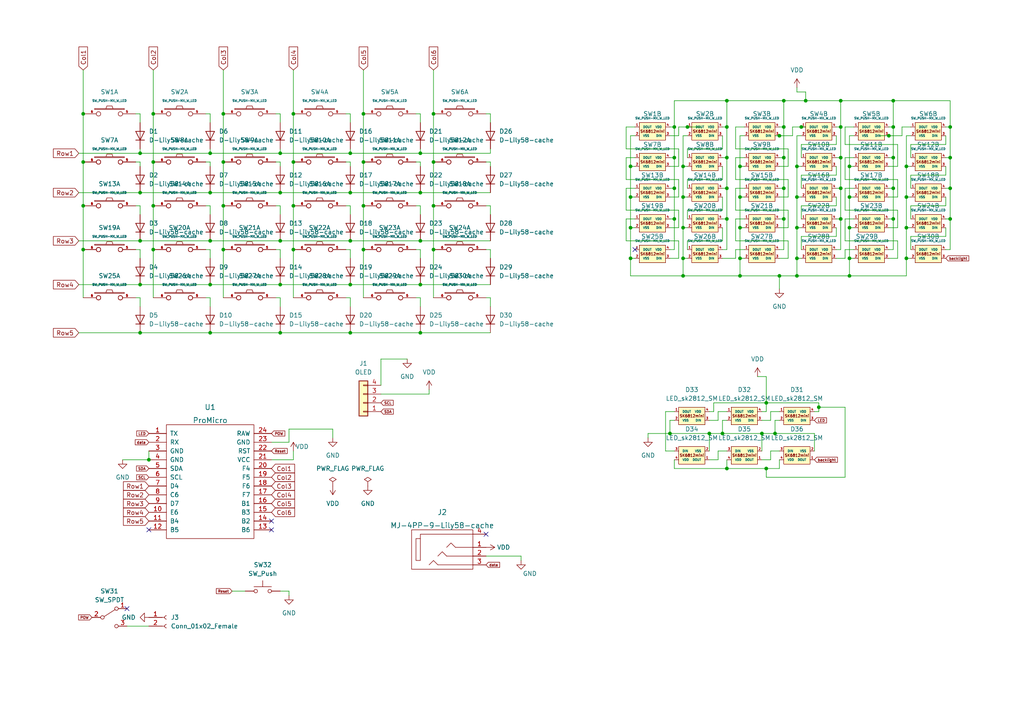
<source format=kicad_sch>
(kicad_sch (version 20211123) (generator eeschema)
  (paper "A4")
  (junction (at 125.73 46.99))
  (junction (at 85.09 46.99))
  (junction (at 231.14 48.26))
  (junction (at 44.45 72.39))
  (junction (at 233.68 29.21))
  (junction (at 40.64 82.55))
  (junction (at 182.88 48.26))
  (junction (at 259.08 63.5))
  (junction (at 64.77 46.99))
  (junction (at 198.12 48.26))
  (junction (at 246.38 57.15))
  (junction (at 60.96 96.52))
  (junction (at 121.92 69.85))
  (junction (at 231.14 74.93))
  (junction (at 220.98 125.73))
  (junction (at 121.92 96.52))
  (junction (at 275.59 63.5))
  (junction (at 227.33 54.61))
  (junction (at 232.41 36.83))
  (junction (at 246.38 80.01))
  (junction (at 85.09 33.02))
  (junction (at 44.45 46.99))
  (junction (at 262.89 57.15))
  (junction (at 40.64 44.45))
  (junction (at 231.14 80.01))
  (junction (at 226.06 80.01))
  (junction (at 262.89 48.26))
  (junction (at 214.63 74.93))
  (junction (at 243.84 45.72))
  (junction (at 214.63 66.04))
  (junction (at 275.59 45.72))
  (junction (at 198.12 74.93))
  (junction (at 198.12 80.01))
  (junction (at 105.41 72.39))
  (junction (at 40.64 69.85))
  (junction (at 101.6 44.45))
  (junction (at 275.59 54.61))
  (junction (at 195.58 54.61))
  (junction (at 64.77 59.69))
  (junction (at 121.92 55.88))
  (junction (at 209.55 125.73))
  (junction (at 64.77 72.39))
  (junction (at 259.08 29.21))
  (junction (at 214.63 57.15))
  (junction (at 195.58 36.83))
  (junction (at 125.73 72.39))
  (junction (at 105.41 46.99))
  (junction (at 227.33 45.72))
  (junction (at 246.38 66.04))
  (junction (at 101.6 96.52))
  (junction (at 210.82 45.72))
  (junction (at 231.14 66.04))
  (junction (at 81.28 82.55))
  (junction (at 182.88 57.15))
  (junction (at 105.41 33.02))
  (junction (at 224.79 125.73))
  (junction (at 262.89 66.04))
  (junction (at 214.63 48.26))
  (junction (at 101.6 69.85))
  (junction (at 195.58 63.5))
  (junction (at 24.13 59.69))
  (junction (at 259.08 54.61))
  (junction (at 101.6 82.55))
  (junction (at 64.77 33.02))
  (junction (at 198.12 57.15))
  (junction (at 121.92 82.55))
  (junction (at 24.13 72.39))
  (junction (at 60.96 44.45))
  (junction (at 85.09 59.69))
  (junction (at 194.31 125.73))
  (junction (at 237.49 118.11))
  (junction (at 60.96 82.55))
  (junction (at 243.84 29.21))
  (junction (at 226.06 39.37))
  (junction (at 246.38 48.26))
  (junction (at 210.82 36.83))
  (junction (at 60.96 69.85))
  (junction (at 198.12 66.04))
  (junction (at 275.59 36.83))
  (junction (at 81.28 44.45))
  (junction (at 222.25 135.89))
  (junction (at 231.14 57.15))
  (junction (at 210.82 29.21))
  (junction (at 81.28 69.85))
  (junction (at 43.18 133.35))
  (junction (at 125.73 59.69))
  (junction (at 259.08 36.83))
  (junction (at 60.96 55.88))
  (junction (at 182.88 66.04))
  (junction (at 199.39 36.83))
  (junction (at 227.33 36.83))
  (junction (at 246.38 74.93))
  (junction (at 121.92 44.45))
  (junction (at 259.08 45.72))
  (junction (at 227.33 63.5))
  (junction (at 44.45 59.69))
  (junction (at 24.13 33.02))
  (junction (at 262.89 74.93))
  (junction (at 210.82 135.89))
  (junction (at 24.13 46.99))
  (junction (at 125.73 33.02))
  (junction (at 182.88 74.93))
  (junction (at 101.6 55.88))
  (junction (at 243.84 63.5))
  (junction (at 205.74 125.73))
  (junction (at 81.28 55.88))
  (junction (at 210.82 63.5))
  (junction (at 105.41 59.69))
  (junction (at 227.33 29.21))
  (junction (at 85.09 72.39))
  (junction (at 195.58 45.72))
  (junction (at 40.64 55.88))
  (junction (at 243.84 54.61))
  (junction (at 222.25 116.84))
  (junction (at 257.81 39.37))
  (junction (at 44.45 33.02))
  (junction (at 40.64 96.52))
  (junction (at 214.63 80.01))
  (junction (at 210.82 54.61))
  (junction (at 81.28 96.52))
  (junction (at 243.84 36.83))
  (no_connect (at 78.74 151.13))
  (no_connect (at 184.15 72.39))
  (no_connect (at 78.74 153.67))
  (no_connect (at 43.18 153.67))
  (no_connect (at 140.97 154.94))
  (no_connect (at 254 -21.59))
  (no_connect (at 36.83 176.53))
  (wire (pts (xy 229.87 39.37) (xy 226.06 39.37)))
  (wire (pts (xy 210.82 119.38) (xy 208.28 119.38)))
  (wire (pts (xy 275.59 36.83) (xy 275.59 45.72)))
  (wire (pts (xy 243.84 63.5) (xy 243.84 72.39)))
  (wire (pts (xy 210.82 121.92) (xy 209.55 121.92)))
  (wire (pts (xy 125.73 33.02) (xy 125.73 46.99)))
  (wire (pts (xy 196.85 60.96) (xy 196.85 66.04)))
  (wire (pts (xy 243.84 45.72) (xy 242.57 45.72)))
  (wire (pts (xy 261.62 39.37) (xy 261.62 36.83)))
  (wire (pts (xy 125.73 20.32) (xy 125.73 33.02)))
  (wire (pts (xy 80.01 72.39) (xy 81.28 72.39)))
  (wire (pts (xy 121.92 55.88) (xy 142.24 55.88)))
  (wire (pts (xy 64.77 72.39) (xy 64.77 86.36)))
  (wire (pts (xy 80.01 33.02) (xy 81.28 33.02)))
  (wire (pts (xy 181.61 45.72) (xy 181.61 52.07)))
  (wire (pts (xy 182.88 66.04) (xy 184.15 66.04)))
  (wire (pts (xy 264.16 59.69) (xy 274.32 59.69)))
  (wire (pts (xy 80.01 86.36) (xy 81.28 86.36)))
  (wire (pts (xy 181.61 60.96) (xy 196.85 60.96)))
  (wire (pts (xy 262.89 48.26) (xy 262.89 57.15)))
  (wire (pts (xy 195.58 63.5) (xy 194.31 63.5)))
  (wire (pts (xy 195.58 54.61) (xy 194.31 54.61)))
  (wire (pts (xy 247.65 45.72) (xy 245.11 45.72)))
  (wire (pts (xy 195.58 45.72) (xy 194.31 45.72)))
  (wire (pts (xy 100.33 86.36) (xy 101.6 86.36)))
  (wire (pts (xy 142.24 86.36) (xy 142.24 88.9)))
  (wire (pts (xy 196.85 69.85) (xy 196.85 74.93)))
  (wire (pts (xy 213.36 54.61) (xy 213.36 60.96)))
  (wire (pts (xy 226.06 63.5) (xy 227.33 63.5)))
  (wire (pts (xy 121.92 82.55) (xy 142.24 82.55)))
  (wire (pts (xy 228.6 57.15) (xy 226.06 57.15)))
  (wire (pts (xy 210.82 36.83) (xy 210.82 45.72)))
  (wire (pts (xy 260.35 57.15) (xy 257.81 57.15)))
  (wire (pts (xy 243.84 72.39) (xy 242.57 72.39)))
  (wire (pts (xy 213.36 36.83) (xy 213.36 43.18)))
  (wire (pts (xy 226.06 119.38) (xy 223.52 119.38)))
  (wire (pts (xy 181.61 63.5) (xy 181.61 69.85)))
  (wire (pts (xy 184.15 54.61) (xy 181.61 54.61)))
  (wire (pts (xy 184.15 63.5) (xy 181.61 63.5)))
  (wire (pts (xy 227.33 63.5) (xy 227.33 72.39)))
  (wire (pts (xy 80.01 59.69) (xy 81.28 59.69)))
  (wire (pts (xy 222.25 138.43) (xy 222.25 135.89)))
  (wire (pts (xy 210.82 135.89) (xy 210.82 133.35)))
  (wire (pts (xy 245.11 54.61) (xy 245.11 60.96)))
  (wire (pts (xy 223.52 119.38) (xy 223.52 121.92)))
  (wire (pts (xy 210.82 45.72) (xy 209.55 45.72)))
  (wire (pts (xy 214.63 80.01) (xy 226.06 80.01)))
  (wire (pts (xy 67.31 171.45) (xy 71.12 171.45)))
  (wire (pts (xy 208.28 130.81) (xy 210.82 130.81)))
  (wire (pts (xy 220.98 119.38) (xy 222.25 119.38)))
  (wire (pts (xy 110.49 114.3) (xy 124.46 114.3)))
  (wire (pts (xy 210.82 29.21) (xy 210.82 36.83)))
  (wire (pts (xy 228.6 60.96) (xy 228.6 66.04)))
  (wire (pts (xy 187.96 127) (xy 187.96 125.73)))
  (wire (pts (xy 121.92 69.85) (xy 142.24 69.85)))
  (wire (pts (xy 193.04 130.81) (xy 195.58 130.81)))
  (wire (pts (xy 142.24 59.69) (xy 142.24 62.23)))
  (wire (pts (xy 231.14 48.26) (xy 232.41 48.26)))
  (wire (pts (xy 40.64 33.02) (xy 40.64 35.56)))
  (wire (pts (xy 182.88 80.01) (xy 198.12 80.01)))
  (wire (pts (xy 85.09 46.99) (xy 85.09 59.69)))
  (wire (pts (xy 275.59 72.39) (xy 274.32 72.39)))
  (wire (pts (xy 44.45 46.99) (xy 44.45 59.69)))
  (wire (pts (xy 243.84 63.5) (xy 242.57 63.5)))
  (wire (pts (xy 260.35 69.85) (xy 260.35 74.93)))
  (wire (pts (xy 44.45 33.02) (xy 44.45 46.99)))
  (wire (pts (xy 44.45 59.69) (xy 44.45 72.39)))
  (wire (pts (xy 100.33 72.39) (xy 101.6 72.39)))
  (wire (pts (xy 246.38 57.15) (xy 247.65 57.15)))
  (wire (pts (xy 101.6 46.99) (xy 101.6 48.26)))
  (wire (pts (xy 121.92 46.99) (xy 121.92 48.26)))
  (wire (pts (xy 232.41 45.72) (xy 232.41 41.91)))
  (wire (pts (xy 210.82 54.61) (xy 210.82 63.5)))
  (wire (pts (xy 214.63 57.15) (xy 214.63 66.04)))
  (wire (pts (xy 209.55 121.92) (xy 209.55 125.73)))
  (wire (pts (xy 226.06 36.83) (xy 227.33 36.83)))
  (wire (pts (xy 81.28 72.39) (xy 81.28 74.93)))
  (wire (pts (xy 243.84 29.21) (xy 243.84 36.83)))
  (wire (pts (xy 64.77 33.02) (xy 64.77 46.99)))
  (wire (pts (xy 24.13 33.02) (xy 24.13 46.99)))
  (wire (pts (xy 101.6 86.36) (xy 101.6 88.9)))
  (wire (pts (xy 213.36 74.93) (xy 209.55 74.93)))
  (wire (pts (xy 142.24 46.99) (xy 142.24 48.26)))
  (wire (pts (xy 209.55 60.96) (xy 209.55 57.15)))
  (wire (pts (xy 237.49 116.84) (xy 237.49 118.11)))
  (wire (pts (xy 246.38 74.93) (xy 247.65 74.93)))
  (wire (pts (xy 24.13 59.69) (xy 24.13 72.39)))
  (wire (pts (xy 245.11 74.93) (xy 242.57 74.93)))
  (wire (pts (xy 213.36 60.96) (xy 228.6 60.96)))
  (wire (pts (xy 182.88 48.26) (xy 184.15 48.26)))
  (wire (pts (xy 214.63 48.26) (xy 215.9 48.26)))
  (wire (pts (xy 259.08 54.61) (xy 257.81 54.61)))
  (wire (pts (xy 105.41 20.32) (xy 105.41 33.02)))
  (wire (pts (xy 274.32 36.83) (xy 275.59 36.83)))
  (wire (pts (xy 40.64 44.45) (xy 60.96 44.45)))
  (wire (pts (xy 214.63 74.93) (xy 215.9 74.93)))
  (wire (pts (xy 182.88 66.04) (xy 182.88 74.93)))
  (wire (pts (xy 262.89 74.93) (xy 264.16 74.93)))
  (wire (pts (xy 243.84 36.83) (xy 243.84 45.72)))
  (wire (pts (xy 210.82 29.21) (xy 227.33 29.21)))
  (wire (pts (xy 209.55 36.83) (xy 210.82 36.83)))
  (wire (pts (xy 233.68 29.21) (xy 243.84 29.21)))
  (wire (pts (xy 264.16 39.37) (xy 262.89 39.37)))
  (wire (pts (xy 236.22 119.38) (xy 237.49 119.38)))
  (wire (pts (xy 195.58 54.61) (xy 195.58 63.5)))
  (wire (pts (xy 209.55 52.07) (xy 209.55 48.26)))
  (wire (pts (xy 275.59 63.5) (xy 275.59 72.39)))
  (wire (pts (xy 85.09 72.39) (xy 85.09 86.36)))
  (wire (pts (xy 78.74 128.27) (xy 83.82 128.27)))
  (wire (pts (xy 59.69 59.69) (xy 60.96 59.69)))
  (wire (pts (xy 40.64 86.36) (xy 40.64 88.9)))
  (wire (pts (xy 246.38 48.26) (xy 246.38 57.15)))
  (wire (pts (xy 24.13 20.32) (xy 24.13 33.02)))
  (wire (pts (xy 275.59 54.61) (xy 275.59 63.5)))
  (wire (pts (xy 40.64 96.52) (xy 60.96 96.52)))
  (wire (pts (xy 101.6 96.52) (xy 121.92 96.52)))
  (wire (pts (xy 229.87 36.83) (xy 229.87 39.37)))
  (wire (pts (xy 275.59 45.72) (xy 274.32 45.72)))
  (wire (pts (xy 101.6 59.69) (xy 101.6 62.23)))
  (wire (pts (xy 242.57 36.83) (xy 243.84 36.83)))
  (wire (pts (xy 203.2 36.83) (xy 199.39 36.83)))
  (wire (pts (xy 208.28 133.35) (xy 208.28 130.81)))
  (wire (pts (xy 181.61 36.83) (xy 181.61 43.18)))
  (wire (pts (xy 194.31 39.37) (xy 196.85 39.37)))
  (wire (pts (xy 228.6 74.93) (xy 226.06 74.93)))
  (wire (pts (xy 259.08 45.72) (xy 259.08 54.61)))
  (wire (pts (xy 260.35 41.91) (xy 245.11 41.91)))
  (wire (pts (xy 105.41 72.39) (xy 105.41 86.36)))
  (wire (pts (xy 83.82 124.46) (xy 96.52 124.46)))
  (wire (pts (xy 198.12 48.26) (xy 199.39 48.26)))
  (wire (pts (xy 195.58 119.38) (xy 193.04 119.38)))
  (wire (pts (xy 262.89 80.01) (xy 262.89 74.93)))
  (wire (pts (xy 195.58 133.35) (xy 195.58 135.89)))
  (wire (pts (xy 142.24 33.02) (xy 142.24 35.56)))
  (wire (pts (xy 259.08 54.61) (xy 259.08 63.5)))
  (wire (pts (xy 199.39 72.39) (xy 199.39 69.85)))
  (wire (pts (xy 120.65 72.39) (xy 121.92 72.39)))
  (wire (pts (xy 213.36 72.39) (xy 213.36 74.93)))
  (wire (pts (xy 215.9 63.5) (xy 213.36 63.5)))
  (wire (pts (xy 199.39 52.07) (xy 209.55 52.07)))
  (wire (pts (xy 195.58 72.39) (xy 194.31 72.39)))
  (wire (pts (xy 121.92 86.36) (xy 121.92 88.9)))
  (wire (pts (xy 198.12 57.15) (xy 199.39 57.15)))
  (wire (pts (xy 85.09 130.81) (xy 85.09 133.35)))
  (wire (pts (xy 85.09 33.02) (xy 85.09 46.99)))
  (wire (pts (xy 39.37 46.99) (xy 40.64 46.99)))
  (wire (pts (xy 264.16 68.58) (xy 274.32 68.58)))
  (wire (pts (xy 220.98 125.73) (xy 220.98 130.81)))
  (wire (pts (xy 264.16 54.61) (xy 264.16 50.8)))
  (wire (pts (xy 232.41 72.39) (xy 232.41 68.58)))
  (wire (pts (xy 40.64 82.55) (xy 60.96 82.55)))
  (wire (pts (xy 242.57 68.58) (xy 242.57 66.04)))
  (wire (pts (xy 205.74 125.73) (xy 209.55 125.73)))
  (wire (pts (xy 101.6 44.45) (xy 101.6 43.18)))
  (wire (pts (xy 231.14 57.15) (xy 232.41 57.15)))
  (wire (pts (xy 228.6 43.18) (xy 228.6 48.26)))
  (wire (pts (xy 232.41 39.37) (xy 231.14 39.37)))
  (wire (pts (xy 259.08 36.83) (xy 259.08 45.72)))
  (wire (pts (xy 210.82 72.39) (xy 209.55 72.39)))
  (wire (pts (xy 40.64 44.45) (xy 40.64 43.18)))
  (wire (pts (xy 110.49 104.14) (xy 110.49 111.76)))
  (wire (pts (xy 214.63 66.04) (xy 214.63 74.93)))
  (wire (pts (xy 246.38 80.01) (xy 246.38 74.93)))
  (wire (pts (xy 262.89 39.37) (xy 262.89 48.26)))
  (wire (pts (xy 182.88 74.93) (xy 184.15 74.93)))
  (wire (pts (xy 214.63 39.37) (xy 214.63 48.26)))
  (wire (pts (xy 215.9 45.72) (xy 213.36 45.72)))
  (wire (pts (xy 59.69 46.99) (xy 60.96 46.99)))
  (wire (pts (xy 213.36 43.18) (xy 228.6 43.18)))
  (wire (pts (xy 100.33 33.02) (xy 101.6 33.02)))
  (wire (pts (xy 81.28 69.85) (xy 101.6 69.85)))
  (wire (pts (xy 199.39 43.18) (xy 209.55 43.18)))
  (wire (pts (xy 226.06 80.01) (xy 231.14 80.01)))
  (wire (pts (xy 181.61 69.85) (xy 196.85 69.85)))
  (wire (pts (xy 259.08 63.5) (xy 259.08 72.39)))
  (wire (pts (xy 210.82 54.61) (xy 209.55 54.61)))
  (wire (pts (xy 247.65 72.39) (xy 245.11 72.39)))
  (wire (pts (xy 210.82 45.72) (xy 210.82 54.61)))
  (wire (pts (xy 198.12 48.26) (xy 198.12 57.15)))
  (wire (pts (xy 35.56 133.35) (xy 43.18 133.35)))
  (wire (pts (xy 231.14 26.67) (xy 233.68 26.67)))
  (wire (pts (xy 232.41 59.69) (xy 242.57 59.69)))
  (wire (pts (xy 182.88 74.93) (xy 182.88 80.01)))
  (wire (pts (xy 120.65 33.02) (xy 121.92 33.02)))
  (wire (pts (xy 198.12 74.93) (xy 199.39 74.93)))
  (wire (pts (xy 22.86 55.88) (xy 40.64 55.88)))
  (wire (pts (xy 40.64 55.88) (xy 60.96 55.88)))
  (wire (pts (xy 274.32 59.69) (xy 274.32 57.15)))
  (wire (pts (xy 199.39 45.72) (xy 199.39 43.18)))
  (wire (pts (xy 260.35 52.07) (xy 260.35 57.15)))
  (wire (pts (xy 243.84 54.61) (xy 243.84 63.5)))
  (wire (pts (xy 81.28 59.69) (xy 81.28 62.23)))
  (wire (pts (xy 222.25 116.84) (xy 237.49 116.84)))
  (wire (pts (xy 232.41 54.61) (xy 232.41 50.8)))
  (wire (pts (xy 198.12 39.37) (xy 198.12 48.26)))
  (wire (pts (xy 215.9 36.83) (xy 213.36 36.83)))
  (wire (pts (xy 196.85 48.26) (xy 194.31 48.26)))
  (wire (pts (xy 247.65 54.61) (xy 245.11 54.61)))
  (wire (pts (xy 210.82 63.5) (xy 209.55 63.5)))
  (wire (pts (xy 259.08 29.21) (xy 259.08 36.83)))
  (wire (pts (xy 255.27 39.37) (xy 257.81 39.37)))
  (wire (pts (xy 60.96 44.45) (xy 60.96 43.18)))
  (wire (pts (xy 245.11 118.11) (xy 245.11 138.43)))
  (wire (pts (xy 196.85 52.07) (xy 196.85 57.15)))
  (wire (pts (xy 81.28 171.45) (xy 83.82 171.45)))
  (wire (pts (xy 246.38 80.01) (xy 262.89 80.01)))
  (wire (pts (xy 196.85 66.04) (xy 194.31 66.04)))
  (wire (pts (xy 242.57 41.91) (xy 242.57 39.37)))
  (wire (pts (xy 264.16 41.91) (xy 274.32 41.91)))
  (wire (pts (xy 245.11 63.5) (xy 245.11 69.85)))
  (wire (pts (xy 210.82 63.5) (xy 210.82 72.39)))
  (wire (pts (xy 231.14 66.04) (xy 231.14 74.93)))
  (wire (pts (xy 121.92 72.39) (xy 121.92 74.93)))
  (wire (pts (xy 237.49 118.11) (xy 237.49 119.38)))
  (wire (pts (xy 199.39 39.37) (xy 198.12 39.37)))
  (wire (pts (xy 246.38 39.37) (xy 246.38 48.26)))
  (wire (pts (xy 245.11 36.83) (xy 247.65 36.83)))
  (wire (pts (xy 222.25 109.22) (xy 219.71 109.22)))
  (wire (pts (xy 220.98 125.73) (xy 224.79 125.73)))
  (wire (pts (xy 39.37 72.39) (xy 40.64 72.39)))
  (wire (pts (xy 22.86 82.55) (xy 40.64 82.55)))
  (wire (pts (xy 274.32 41.91) (xy 274.32 39.37)))
  (wire (pts (xy 226.06 121.92) (xy 224.79 121.92)))
  (wire (pts (xy 64.77 20.32) (xy 64.77 33.02)))
  (wire (pts (xy 196.85 43.18) (xy 196.85 48.26)))
  (wire (pts (xy 184.15 36.83) (xy 181.61 36.83)))
  (wire (pts (xy 275.59 54.61) (xy 274.32 54.61)))
  (wire (pts (xy 140.97 59.69) (xy 142.24 59.69)))
  (wire (pts (xy 196.85 36.83) (xy 199.39 36.83)))
  (wire (pts (xy 198.12 66.04) (xy 198.12 74.93)))
  (wire (pts (xy 198.12 57.15) (xy 198.12 66.04)))
  (wire (pts (xy 121.92 44.45) (xy 142.24 44.45)))
  (wire (pts (xy 259.08 63.5) (xy 257.81 63.5)))
  (wire (pts (xy 195.58 29.21) (xy 210.82 29.21)))
  (wire (pts (xy 64.77 59.69) (xy 64.77 72.39)))
  (wire (pts (xy 246.38 66.04) (xy 246.38 74.93)))
  (wire (pts (xy 226.06 39.37) (xy 224.79 39.37)))
  (wire (pts (xy 60.96 44.45) (xy 81.28 44.45)))
  (wire (pts (xy 231.14 66.04) (xy 232.41 66.04)))
  (wire (pts (xy 81.28 86.36) (xy 81.28 88.9)))
  (wire (pts (xy 184.15 39.37) (xy 182.88 39.37)))
  (wire (pts (xy 214.63 80.01) (xy 214.63 74.93)))
  (wire (pts (xy 220.98 133.35) (xy 223.52 133.35)))
  (wire (pts (xy 59.69 33.02) (xy 60.96 33.02)))
  (wire (pts (xy 125.73 59.69) (xy 125.73 72.39)))
  (wire (pts (xy 64.77 46.99) (xy 64.77 59.69)))
  (wire (pts (xy 181.61 52.07) (xy 196.85 52.07)))
  (wire (pts (xy 101.6 44.45) (xy 121.92 44.45)))
  (wire (pts (xy 198.12 80.01) (xy 198.12 74.93)))
  (wire (pts (xy 182.88 57.15) (xy 182.88 66.04)))
  (wire (pts (xy 243.84 45.72) (xy 243.84 54.61)))
  (wire (pts (xy 226.06 80.01) (xy 226.06 83.82)))
  (wire (pts (xy 22.86 96.52) (xy 40.64 96.52)))
  (wire (pts (xy 261.62 36.83) (xy 264.16 36.83)))
  (wire (pts (xy 228.6 52.07) (xy 228.6 57.15)))
  (wire (pts (xy 195.58 36.83) (xy 195.58 29.21)))
  (wire (pts (xy 43.18 130.81) (xy 43.18 133.35)))
  (wire (pts (xy 193.04 119.38) (xy 193.04 130.81)))
  (wire (pts (xy 60.96 59.69) (xy 60.96 62.23)))
  (wire (pts (xy 231.14 74.93) (xy 232.41 74.93)))
  (wire (pts (xy 39.37 86.36) (xy 40.64 86.36)))
  (wire (pts (xy 81.28 46.99) (xy 81.28 48.26)))
  (wire (pts (xy 85.09 20.32) (xy 85.09 33.02)))
  (wire (pts (xy 96.52 124.46) (xy 96.52 127)))
  (wire (pts (xy 78.74 133.35) (xy 85.09 133.35)))
  (wire (pts (xy 262.89 66.04) (xy 264.16 66.04)))
  (wire (pts (xy 228.6 66.04) (xy 226.06 66.04)))
  (wire (pts (xy 151.13 161.29) (xy 151.13 162.56)))
  (wire (pts (xy 231.14 48.26) (xy 231.14 57.15)))
  (wire (pts (xy 140.97 33.02) (xy 142.24 33.02)))
  (wire (pts (xy 226.06 45.72) (xy 227.33 45.72)))
  (wire (pts (xy 227.33 36.83) (xy 227.33 45.72)))
  (wire (pts (xy 187.96 125.73) (xy 194.31 125.73)))
  (wire (pts (xy 105.41 33.02) (xy 105.41 46.99)))
  (wire (pts (xy 232.41 63.5) (xy 232.41 59.69)))
  (wire (pts (xy 195.58 36.83) (xy 195.58 45.72)))
  (wire (pts (xy 195.58 135.89) (xy 210.82 135.89)))
  (wire (pts (xy 229.87 36.83) (xy 232.41 36.83)))
  (wire (pts (xy 101.6 33.02) (xy 101.6 35.56)))
  (wire (pts (xy 209.55 43.18) (xy 209.55 39.37)))
  (wire (pts (xy 181.61 43.18) (xy 196.85 43.18)))
  (wire (pts (xy 226.06 72.39) (xy 227.33 72.39)))
  (wire (pts (xy 198.12 66.04) (xy 199.39 66.04)))
  (wire (pts (xy 262.89 57.15) (xy 262.89 66.04)))
  (wire (pts (xy 228.6 48.26) (xy 226.06 48.26)))
  (wire (pts (xy 228.6 69.85) (xy 228.6 74.93)))
  (wire (pts (xy 40.64 46.99) (xy 40.64 48.26)))
  (wire (pts (xy 227.33 29.21) (xy 233.68 29.21)))
  (wire (pts (xy 245.11 69.85) (xy 260.35 69.85)))
  (wire (pts (xy 213.36 69.85) (xy 228.6 69.85)))
  (wire (pts (xy 246.38 48.26) (xy 247.65 48.26)))
  (wire (pts (xy 257.81 48.26) (xy 260.35 48.26)))
  (wire (pts (xy 39.37 33.02) (xy 40.64 33.02)))
  (wire (pts (xy 44.45 72.39) (xy 44.45 86.36)))
  (wire (pts (xy 121.92 44.45) (xy 121.92 43.18)))
  (wire (pts (xy 222.25 116.84) (xy 222.25 109.22)))
  (wire (pts (xy 245.11 138.43) (xy 222.25 138.43)))
  (wire (pts (xy 232.41 36.83) (xy 233.68 36.83)))
  (wire (pts (xy 227.33 29.21) (xy 227.33 36.83)))
  (wire (pts (xy 44.45 20.32) (xy 44.45 33.02)))
  (wire (pts (xy 194.31 121.92) (xy 194.31 125.73)))
  (wire (pts (xy 243.84 29.21) (xy 259.08 29.21)))
  (wire (pts (xy 40.64 59.69) (xy 40.64 62.23)))
  (wire (pts (xy 101.6 72.39) (xy 101.6 74.93)))
  (wire (pts (xy 264.16 63.5) (xy 264.16 59.69)))
  (wire (pts (xy 214.63 57.15) (xy 215.9 57.15)))
  (wire (pts (xy 80.01 46.99) (xy 81.28 46.99)))
  (wire (pts (xy 83.82 128.27) (xy 83.82 124.46)))
  (wire (pts (xy 205.74 125.73) (xy 205.74 130.81)))
  (wire (pts (xy 233.68 26.67) (xy 233.68 29.21)))
  (wire (pts (xy 182.88 57.15) (xy 184.15 57.15)))
  (wire (pts (xy 247.65 39.37) (xy 246.38 39.37)))
  (wire (pts (xy 215.9 39.37) (xy 214.63 39.37)))
  (wire (pts (xy 40.64 72.39) (xy 40.64 74.93)))
  (wire (pts (xy 257.81 36.83) (xy 259.08 36.83)))
  (wire (pts (xy 245.11 52.07) (xy 260.35 52.07)))
  (wire (pts (xy 262.89 57.15) (xy 264.16 57.15)))
  (wire (pts (xy 194.31 125.73) (xy 205.74 125.73)))
  (wire (pts (xy 195.58 63.5) (xy 195.58 72.39)))
  (wire (pts (xy 100.33 59.69) (xy 101.6 59.69)))
  (wire (pts (xy 60.96 55.88) (xy 81.28 55.88)))
  (wire (pts (xy 264.16 72.39) (xy 264.16 68.58)))
  (wire (pts (xy 245.11 60.96) (xy 260.35 60.96)))
  (wire (pts (xy 213.36 45.72) (xy 213.36 52.07)))
  (wire (pts (xy 40.64 69.85) (xy 60.96 69.85)))
  (wire (pts (xy 223.52 130.81) (xy 226.06 130.81)))
  (wire (pts (xy 274.32 50.8) (xy 274.32 48.26)))
  (wire (pts (xy 181.61 54.61) (xy 181.61 60.96)))
  (wire (pts (xy 22.86 44.45) (xy 40.64 44.45)))
  (wire (pts (xy 236.22 125.73) (xy 236.22 130.81)))
  (wire (pts (xy 60.96 69.85) (xy 81.28 69.85)))
  (wire (pts (xy 242.57 59.69) (xy 242.57 57.15)))
  (wire (pts (xy 259.08 45.72) (xy 257.81 45.72)))
  (wire (pts (xy 262.89 66.04) (xy 262.89 74.93)))
  (wire (pts (xy 260.35 60.96) (xy 260.35 66.04)))
  (wire (pts (xy 24.13 46.99) (xy 24.13 59.69)))
  (wire (pts (xy 81.28 96.52) (xy 101.6 96.52)))
  (wire (pts (xy 231.14 57.15) (xy 231.14 66.04)))
  (wire (pts (xy 60.96 72.39) (xy 60.96 74.93)))
  (wire (pts (xy 120.65 46.99) (xy 121.92 46.99)))
  (wire (pts (xy 223.52 133.35) (xy 223.52 130.81)))
  (wire (pts (xy 81.28 55.88) (xy 101.6 55.88)))
  (wire (pts (xy 209.55 125.73) (xy 220.98 125.73)))
  (wire (pts (xy 39.37 59.69) (xy 40.64 59.69)))
  (wire (pts (xy 242.57 50.8) (xy 242.57 48.26)))
  (wire (pts (xy 199.39 69.85) (xy 209.55 69.85)))
  (wire (pts (xy 224.79 125.73) (xy 236.22 125.73)))
  (wire (pts (xy 231.14 80.01) (xy 246.38 80.01)))
  (wire (pts (xy 140.97 72.39) (xy 142.24 72.39)))
  (wire (pts (xy 195.58 45.72) (xy 195.58 54.61)))
  (wire (pts (xy 142.24 72.39) (xy 142.24 74.93)))
  (wire (pts (xy 195.58 121.92) (xy 194.31 121.92)))
  (wire (pts (xy 83.82 171.45) (xy 83.82 172.72)))
  (wire (pts (xy 213.36 52.07) (xy 228.6 52.07)))
  (wire (pts (xy 60.96 33.02) (xy 60.96 35.56)))
  (wire (pts (xy 207.01 119.38) (xy 205.74 119.38)))
  (wire (pts (xy 140.97 161.29) (xy 151.13 161.29)))
  (wire (pts (xy 209.55 69.85) (xy 209.55 66.04)))
  (wire (pts (xy 60.96 46.99) (xy 60.96 48.26)))
  (wire (pts (xy 243.84 54.61) (xy 242.57 54.61)))
  (wire (pts (xy 275.59 63.5) (xy 274.32 63.5)))
  (wire (pts (xy 142.24 44.45) (xy 142.24 43.18)))
  (wire (pts (xy 36.83 181.61) (xy 43.18 181.61)))
  (wire (pts (xy 210.82 135.89) (xy 222.25 135.89)))
  (wire (pts (xy 214.63 66.04) (xy 215.9 66.04)))
  (wire (pts (xy 60.96 86.36) (xy 60.96 88.9)))
  (wire (pts (xy 101.6 55.88) (xy 121.92 55.88)))
  (wire (pts (xy 81.28 33.02) (xy 81.28 35.56)))
  (wire (pts (xy 247.65 63.5) (xy 245.11 63.5)))
  (wire (pts (xy 245.11 45.72) (xy 245.11 52.07)))
  (wire (pts (xy 245.11 72.39) (xy 245.11 74.93)))
  (wire (pts (xy 275.59 29.21) (xy 275.59 36.83)))
  (wire (pts (xy 194.31 36.83) (xy 195.58 36.83)))
  (wire (pts (xy 125.73 72.39) (xy 125.73 86.36)))
  (wire (pts (xy 231.14 39.37) (xy 231.14 48.26)))
  (wire (pts (xy 226.06 135.89) (xy 226.06 133.35)))
  (wire (pts (xy 227.33 45.72) (xy 227.33 54.61)))
  (wire (pts (xy 208.28 119.38) (xy 208.28 121.92)))
  (wire (pts (xy 214.63 48.26) (xy 214.63 57.15)))
  (wire (pts (xy 60.96 82.55) (xy 81.28 82.55)))
  (wire (pts (xy 81.28 82.55) (xy 101.6 82.55)))
  (wire (pts (xy 227.33 54.61) (xy 227.33 63.5)))
  (wire (pts (xy 199.39 54.61) (xy 199.39 52.07)))
  (wire (pts (xy 199.39 60.96) (xy 209.55 60.96)))
  (wire (pts (xy 205.74 133.35) (xy 208.28 133.35)))
  (wire (pts (xy 118.11 104.14) (xy 110.49 104.14)))
  (wire (pts (xy 121.92 96.52) (xy 142.24 96.52)))
  (wire (pts (xy 237.49 118.11) (xy 245.11 118.11)))
  (wire (pts (xy 140.97 46.99) (xy 142.24 46.99)))
  (wire (pts (xy 213.36 63.5) (xy 213.36 69.85)))
  (wire (pts (xy 196.85 39.37) (xy 196.85 36.83)))
  (wire (pts (xy 81.28 44.45) (xy 81.28 43.18)))
  (wire (pts (xy 232.41 41.91) (xy 242.57 41.91)))
  (wire (pts (xy 81.28 44.45) (xy 101.6 44.45)))
  (wire (pts (xy 121.92 33.02) (xy 121.92 35.56)))
  (wire (pts (xy 59.69 72.39) (xy 60.96 72.39)))
  (wire (pts (xy 257.81 39.37) (xy 261.62 39.37)))
  (wire (pts (xy 100.33 46.99) (xy 101.6 46.99)))
  (wire (pts (xy 196.85 74.93) (xy 194.31 74.93)))
  (wire (pts (xy 231.14 25.4) (xy 231.14 26.67)))
  (wire (pts (xy 198.12 80.01) (xy 214.63 80.01)))
  (wire (pts (xy 22.86 69.85) (xy 40.64 69.85)))
  (wire (pts (xy 124.46 114.3) (xy 124.46 113.03)))
  (wire (pts (xy 85.09 59.69) (xy 85.09 72.39)))
  (wire (pts (xy 208.28 121.92) (xy 205.74 121.92)))
  (wire (pts (xy 207.01 116.84) (xy 222.25 116.84)))
  (wire (pts (xy 224.79 121.92) (xy 224.79 125.73)))
  (wire (pts (xy 264.16 50.8) (xy 274.32 50.8)))
  (wire (pts (xy 215.9 72.39) (xy 213.36 72.39)))
  (wire (pts (xy 120.65 86.36) (xy 121.92 86.36)))
  (wire (pts (xy 105.41 59.69) (xy 105.41 72.39)))
  (wire (pts (xy 101.6 82.55) (xy 121.92 82.55)))
  (wire (pts (xy 246.38 66.04) (xy 247.65 66.04)))
  (wire (pts (xy 231.14 80.01) (xy 231.14 74.93)))
  (wire (pts (xy 232.41 68.58) (xy 242.57 68.58)))
  (wire (pts (xy 222.25 135.89) (xy 226.06 135.89)))
  (wire (pts (xy 140.97 86.36) (xy 142.24 86.36)))
  (wire (pts (xy 182.88 48.26) (xy 182.88 57.15)))
  (wire (pts (xy 260.35 66.04) (xy 257.81 66.04)))
  (wire (pts (xy 182.88 39.37) (xy 182.88 48.26)))
  (wire (pts (xy 275.59 45.72) (xy 275.59 54.61)))
  (wire (pts (xy 105.41 46.99) (xy 105.41 59.69)))
  (wire (pts (xy 274.32 68.58) (xy 274.32 66.04)))
  (wire (pts (xy 245.11 41.91) (xy 245.11 36.83)))
  (wire (pts (xy 222.25 116.84) (xy 222.25 119.38)))
  (wire (pts (xy 59.69 86.36) (xy 60.96 86.36)))
  (wire (pts (xy 24.13 72.39) (xy 24.13 86.36)))
  (wire (pts (xy 121.92 59.69) (xy 121.92 62.23)))
  (wire (pts (xy 215.9 54.61) (xy 213.36 54.61)))
  (wire (pts (xy 60.96 96.52) (xy 81.28 96.52)))
  (wire (pts (xy 184.15 45.72) (xy 181.61 45.72)))
  (wire (pts (xy 223.52 121.92) (xy 220.98 121.92)))
  (wire (pts (xy 246.38 57.15) (xy 246.38 66.04)))
  (wire (pts (xy 260.35 48.26) (xy 260.35 41.91)))
  (wire (pts (xy 125.73 46.99) (xy 125.73 59.69)))
  (wire (pts (xy 226.06 54.61) (xy 227.33 54.61)))
  (wire (pts (xy 259.08 72.39) (xy 257.81 72.39)))
  (wire (pts (xy 264.16 45.72) (xy 264.16 41.91)))
  (wire (pts (xy 259.08 29.21) (xy 275.59 29.21)))
  (wire (pts (xy 262.89 48.26) (xy 264.16 48.26)))
  (wire (pts (xy 207.01 119.38) (xy 207.01 116.84)))
  (wire (pts (xy 101.6 69.85) (xy 121.92 69.85)))
  (wire (pts (xy 196.85 57.15) (xy 194.31 57.15)))
  (wire (pts (xy 120.65 59.69) (xy 121.92 59.69)))
  (wire (pts (xy 232.41 50.8) (xy 242.57 50.8)))
  (wire (pts (xy 199.39 63.5) (xy 199.39 60.96)))
  (wire (pts (xy 260.35 74.93) (xy 257.81 74.93)))
  (global_label "Row1" (shape input) (at 43.18 140.97 180) (property "插入图纸页参考" "${INTERSHEET_REFS}" (effects hide)))
  (global_label "Col4" (shape input) (at 85.09 20.32 90) (property "插入图纸页参考" "${INTERSHEET_REFS}" (effects hide)))
  (global_label "Col5" (shape input) (at 78.74 146.05 0) (property "插入图纸页参考" "${INTERSHEET_REFS}" (effects hide)))
  (global_label "Row4" (shape input) (at 22.86 82.55 180) (property "插入图纸页参考" "${INTERSHEET_REFS}" (effects hide)))
  (global_label "Col2" (shape input) (at 78.74 138.43 0) (property "插入图纸页参考" "${INTERSHEET_REFS}" (effects hide)))
  (global_label "Row5" (shape input) (at 22.86 96.52 180) (property "插入图纸页参考" "${INTERSHEET_REFS}" (effects hide)))
  (global_label "Col3" (shape input) (at 64.77 20.32 90) (property "插入图纸页参考" "${INTERSHEET_REFS}" (effects hide)))
  (global_label "POW" (shape input) (at 26.67 179.07 180) (effects (font (size 0.762 0.762))) (property "插入图纸页参考" "${INTERSHEET_REFS}" (effects hide)))
  (global_label "Col5" (shape input) (at 105.41 20.32 90) (property "插入图纸页参考" "${INTERSHEET_REFS}" (effects hide)))
  (global_label "Row4" (shape input) (at 43.18 148.59 180) (property "插入图纸页参考" "${INTERSHEET_REFS}" (effects hide)))
  (global_label "Col4" (shape input) (at 78.74 143.51 0) (property "插入图纸页参考" "${INTERSHEET_REFS}" (effects hide)))
  (global_label "data" (shape input) (at 43.18 128.27 180) (effects (font (size 0.762 0.762))) (property "插入图纸页参考" "${INTERSHEET_REFS}" (effects hide)))
  (global_label "Row2" (shape input) (at 22.86 55.88 180) (property "插入图纸页参考" "${INTERSHEET_REFS}" (effects hide)))
  (global_label "Row3" (shape input) (at 22.86 69.85 180) (property "插入图纸页参考" "${INTERSHEET_REFS}" (effects hide)))
  (global_label "SCL" (shape input) (at 110.49 116.84 0) (effects (font (size 0.762 0.762))) (property "插入图纸页参考" "${INTERSHEET_REFS}" (effects hide)))
  (global_label "Row2" (shape input) (at 43.18 143.51 180) (property "插入图纸页参考" "${INTERSHEET_REFS}" (effects hide)))
  (global_label "SDA" (shape input) (at 110.49 119.38 0) (effects (font (size 0.762 0.762))) (property "插入图纸页参考" "${INTERSHEET_REFS}" (effects hide)))
  (global_label "Reset" (shape input) (at 78.74 130.81 0) (effects (font (size 0.762 0.762))) (property "插入图纸页参考" "${INTERSHEET_REFS}" (effects hide)))
  (global_label "Row5" (shape input) (at 43.18 151.13 180) (property "插入图纸页参考" "${INTERSHEET_REFS}" (effects hide)))
  (global_label "backlight" (shape input) (at 274.32 74.93 0) (effects (font (size 0.762 0.762))) (property "插入图纸页参考" "${INTERSHEET_REFS}" (effects hide)))
  (global_label "LED" (shape input) (at 236.22 121.92 0) (effects (font (size 0.762 0.762))) (property "插入图纸页参考" "${INTERSHEET_REFS}" (effects hide)))
  (global_label "Row3" (shape input) (at 43.18 146.05 180) (property "插入图纸页参考" "${INTERSHEET_REFS}" (effects hide)))
  (global_label "backlight" (shape input) (at 236.22 133.35 0) (effects (font (size 0.762 0.762))) (property "插入图纸页参考" "${INTERSHEET_REFS}" (effects hide)))
  (global_label "POW" (shape input) (at 78.74 125.73 0) (effects (font (size 0.762 0.762))) (property "插入图纸页参考" "${INTERSHEET_REFS}" (effects hide)))
  (global_label "Col6" (shape input) (at 78.74 148.59 0) (property "插入图纸页参考" "${INTERSHEET_REFS}" (effects hide)))
  (global_label "Col3" (shape input) (at 78.74 140.97 0) (property "插入图纸页参考" "${INTERSHEET_REFS}" (effects hide)))
  (global_label "Reset" (shape input) (at 67.31 171.45 180) (effects (font (size 0.762 0.762))) (property "插入图纸页参考" "${INTERSHEET_REFS}" (effects hide)))
  (global_label "data" (shape input) (at 140.97 163.83 0) (effects (font (size 0.762 0.762))) (property "插入图纸页参考" "${INTERSHEET_REFS}" (effects hide)))
  (global_label "Col1" (shape input) (at 78.74 135.89 0) (property "插入图纸页参考" "${INTERSHEET_REFS}" (effects hide)))
  (global_label "Row1" (shape input) (at 22.86 44.45 180) (property "插入图纸页参考" "${INTERSHEET_REFS}" (effects hide)))
  (global_label "LED" (shape input) (at 43.18 125.73 180) (effects (font (size 0.762 0.762))) (property "插入图纸页参考" "${INTERSHEET_REFS}" (effects hide)))
  (global_label "Col1" (shape input) (at 24.13 20.32 90) (property "插入图纸页参考" "${INTERSHEET_REFS}" (effects hide)))
  (global_label "Col2" (shape input) (at 44.45 20.32 90) (property "插入图纸页参考" "${INTERSHEET_REFS}" (effects hide)))
  (global_label "Col6" (shape input) (at 125.73 20.32 90) (property "插入图纸页参考" "${INTERSHEET_REFS}" (effects hide)))
  (global_label "SCL" (shape input) (at 43.18 138.43 180) (effects (font (size 0.762 0.762))) (property "插入图纸页参考" "${INTERSHEET_REFS}" (effects hide)))
  (global_label "SDA" (shape input) (at 43.18 135.89 180) (effects (font (size 0.762 0.762))) (property "插入图纸页参考" "${INTERSHEET_REFS}" (effects hide)))
  (symbol (lib_id "SofleKeyboard:SW_PUSH-MX_W_LED") (at 52.07 46.99 0) (unit 1)
    (property "Reference" "SW8" (at 52.07 40.64 0))
    (property "Value" "SW_PUSH-MX_W_LED" (at 52.07 43.18 0) (effects (font (size 0.635 0.635))))
    (property "Footprint" "SofleRGB:SK6812MINI_and_cherry" (effects hide))
  )
  (symbol (lib_id "SofleKeyboard:SW_PUSH-MX_W_LED") (at 204.47 46.99 0) (unit 2)
    (property "Reference" "SW8" (at 204.47 41.91 0))
    (property "Value" "SW_PUSH-MX_W_LED" (at 204.47 43.18 0) (effects (font (size 0.635 0.635))))
    (property "Footprint" "SofleRGB:SK6812MINI_and_cherry" (effects hide))
  )
  (symbol (lib_id "SofleKeyboard:SW_PUSH-MX_W_LED") (at 189.23 38.1 0) (unit 2)
    (property "Reference" "SW1" (at 189.23 33.02 0))
    (property "Value" "SW_PUSH-MX_W_LED" (at 189.23 34.29 0) (effects (font (size 0.635 0.635))))
    (property "Footprint" "SofleRGB:SK6812MINI_and_cherry" (effects hide))
  )
  (symbol (lib_id "SofleKeyboard:SW_PUSH-MX_W_LED") (at 252.73 38.1 0) (unit 2)
    (property "Reference" "SW5" (at 252.73 33.02 0))
    (property "Value" "SW_PUSH-MX_W_LED" (at 252.73 34.29 0) (effects (font (size 0.635 0.635))))
    (property "Footprint" "SofleRGB:SK6812MINI_and_cherry" (effects hide))
  )
  (symbol (lib_id "power:GND") (at 106.68 140.97 0) (unit 1)
    (property "Reference" "#PWR0105" (effects hide))
    (property "Value" "GND" (at 106.68 146.05 0))
  )
  (symbol (lib_id "SofleKeyboard:SW_PUSH-MX_W_LED") (at 252.73 64.77 0) (unit 2)
    (property "Reference" "SW23" (at 252.73 59.69 0))
    (property "Value" "SW_PUSH-MX_W_LED" (at 252.73 60.96 0) (effects (font (size 0.635 0.635))))
    (property "Footprint" "SofleRGB:SK6812MINI_and_cherry" (effects hide))
  )
  (symbol (lib_id "SofleKeyboard:LED_sk2812_SM") (at 215.9 132.08 180) (unit 1)
    (property "Reference" "D35" (at 215.9 124.46 0))
    (property "Value" "LED_sk2812_SM" (at 215.9 127 0))
    (property "Footprint" "SofleRGB:SK6812MINI_underglow_dev" (effects hide))
  )
  (symbol (lib_id "SofleKeyboard-rescue:D-Lily58-cache") (at 60.96 92.71 90) (unit 1)
    (property "Reference" "D10" (at 63.5 91.4399 90) (effects (justify right)))
    (property "Value" "D-Lily58-cache" (at 63.5 93.9799 90) (effects (justify right)))
    (property "Footprint" "SofleRGB:crkbd-diode" (effects hide))
  )
  (symbol (lib_id "SofleKeyboard:SW_PUSH-MX_W_LED") (at 220.98 38.1 0) (unit 2)
    (property "Reference" "SW3" (at 220.98 33.02 0))
    (property "Value" "SW_PUSH-MX_W_LED" (at 220.98 34.29 0) (effects (font (size 0.635 0.635))))
    (property "Footprint" "SofleRGB:SK6812MINI_and_cherry" (effects hide))
  )
  (symbol (lib_id "SofleKeyboard:SW_PUSH-MX_W_LED") (at 237.49 55.88 0) (unit 2)
    (property "Reference" "SW16" (at 237.49 50.8 0))
    (property "Value" "SW_PUSH-MX_W_LED" (at 237.49 52.07 0) (effects (font (size 0.635 0.635))))
    (property "Footprint" "SofleRGB:SK6812MINI_and_cherry" (effects hide))
  )
  (symbol (lib_id "SofleKeyboard-rescue:D-Lily58-cache") (at 121.92 78.74 90) (unit 1)
    (property "Reference" "D24" (at 124.46 77.4699 90) (effects (justify right)))
    (property "Value" "D-Lily58-cache" (at 124.46 80.0099 90) (effects (justify right)))
    (property "Footprint" "SofleRGB:crkbd-diode" (effects hide))
  )
  (symbol (lib_id "promicro:ProMicro") (at 60.96 144.78 0) (unit 1)
    (property "Reference" "U1" (at 60.96 118.11 0) (effects (font (size 1.524 1.524))))
    (property "Value" "ProMicro" (at 60.96 121.92 0) (effects (font (size 1.524 1.524))))
    (property "Footprint" "KeebioParts:ArduinoProMicro" (effects hide))
  )
  (symbol (lib_id "SofleKeyboard:SW_PUSH-MX_W_LED") (at 52.07 72.39 0) (unit 1)
    (property "Reference" "SW20" (at 52.07 66.04 0))
    (property "Value" "SW_PUSH-MX_W_LED" (at 52.07 68.58 0) (effects (font (size 0.635 0.635))))
    (property "Footprint" "SofleRGB:SK6812MINI_and_cherry" (effects hide))
  )
  (symbol (lib_id "SofleKeyboard:LED_sk2812_SM") (at 200.66 132.08 180) (unit 1)
    (property "Reference" "D34" (at 200.66 124.46 0))
    (property "Value" "LED_sk2812_SM" (at 200.66 127 0))
    (property "Footprint" "SofleRGB:SK6812MINI_underglow_dev" (effects hide))
  )
  (symbol (lib_id "SofleKeyboard:SW_PUSH-MX_W_LED") (at 92.71 59.69 0) (unit 1)
    (property "Reference" "SW16" (at 92.71 53.34 0))
    (property "Value" "SW_PUSH-MX_W_LED" (at 92.71 55.88 0) (effects (font (size 0.635 0.635))))
    (property "Footprint" "SofleRGB:SK6812MINI_and_cherry" (effects hide))
  )
  (symbol (lib_id "Connector:Conn_01x02_Female") (at 48.26 179.07 0) (unit 1)
    (property "Reference" "J3" (at 49.53 179.0699 0) (effects (justify left)))
    (property "Value" "Conn_01x02_Female" (at 49.53 181.6099 0) (effects (justify left)))
    (property "Footprint" "Connector_Wire:SolderWire-0.1sqmm_1x02_P3.6mm_D0.4mm_OD1mm" (effects hide))
  )
  (symbol (lib_id "SofleKeyboard-rescue:D-Lily58-cache") (at 81.28 52.07 90) (unit 1)
    (property "Reference" "D12" (at 83.82 50.7999 90) (effects (justify right)))
    (property "Value" "D-Lily58-cache" (at 83.82 53.3399 90) (effects (justify right)))
    (property "Footprint" "SofleRGB:crkbd-diode" (effects hide))
  )
  (symbol (lib_id "SofleKeyboard-rescue:D-Lily58-cache") (at 101.6 78.74 90) (unit 1)
    (property "Reference" "D19" (at 104.14 77.4699 90) (effects (justify right)))
    (property "Value" "D-Lily58-cache" (at 104.14 80.0099 90) (effects (justify right)))
    (property "Footprint" "SofleRGB:crkbd-diode" (effects hide))
  )
  (symbol (lib_id "SofleKeyboard:SW_PUSH-MX_W_LED") (at 133.35 33.02 0) (unit 1)
    (property "Reference" "SW6" (at 133.35 26.67 0))
    (property "Value" "SW_PUSH-MX_W_LED" (at 133.35 29.21 0) (effects (font (size 0.635 0.635))))
    (property "Footprint" "SofleRGB:SK6812MINI_and_cherry" (effects hide))
  )
  (symbol (lib_id "SofleKeyboard-rescue:D-Lily58-cache") (at 40.64 39.37 90) (unit 1)
    (property "Reference" "D1" (at 43.18 38.0999 90) (effects (justify right)))
    (property "Value" "D-Lily58-cache" (at 43.18 40.6399 90) (effects (justify right)))
    (property "Footprint" "SofleRGB:crkbd-diode" (effects hide))
  )
  (symbol (lib_id "SofleKeyboard:SW_PUSH-MX_W_LED") (at 189.23 55.88 0) (unit 2)
    (property "Reference" "SW13" (at 189.23 50.8 0))
    (property "Value" "SW_PUSH-MX_W_LED" (at 189.23 52.07 0) (effects (font (size 0.635 0.635))))
    (property "Footprint" "SofleRGB:SK6812MINI_and_cherry" (effects hide))
  )
  (symbol (lib_id "SofleKeyboard:SW_PUSH-MX_W_LED") (at 113.03 33.02 0) (unit 1)
    (property "Reference" "SW5" (at 113.03 26.67 0))
    (property "Value" "SW_PUSH-MX_W_LED" (at 113.03 29.21 0) (effects (font (size 0.635 0.635))))
    (property "Footprint" "SofleRGB:SK6812MINI_and_cherry" (effects hide))
  )
  (symbol (lib_id "SofleKeyboard-rescue:D-Lily58-cache") (at 142.24 39.37 90) (unit 1)
    (property "Reference" "D26" (at 144.78 38.0999 90) (effects (justify right)))
    (property "Value" "D-Lily58-cache" (at 144.78 40.6399 90) (effects (justify right)))
    (property "Footprint" "SofleRGB:crkbd-diode" (effects hide))
  )
  (symbol (lib_id "SofleKeyboard-rescue:D-Lily58-cache") (at 81.28 92.71 90) (unit 1)
    (property "Reference" "D15" (at 83.82 91.4399 90) (effects (justify right)))
    (property "Value" "D-Lily58-cache" (at 83.82 93.9799 90) (effects (justify right)))
    (property "Footprint" "SofleRGB:crkbd-diode" (effects hide))
  )
  (symbol (lib_id "SofleKeyboard:SW_PUSH-MX_W_LED") (at 189.23 64.77 0) (unit 2)
    (property "Reference" "SW19" (at 189.23 59.69 0))
    (property "Value" "SW_PUSH-MX_W_LED" (at 189.23 60.96 0) (effects (font (size 0.635 0.635))))
    (property "Footprint" "SofleRGB:SK6812MINI_and_cherry" (effects hide))
  )
  (symbol (lib_id "SofleKeyboard-rescue:D-Lily58-cache") (at 121.92 39.37 90) (unit 1)
    (property "Reference" "D21" (at 124.46 38.0999 90) (effects (justify right)))
    (property "Value" "D-Lily58-cache" (at 124.46 40.6399 90) (effects (justify right)))
    (property "Footprint" "SofleRGB:crkbd-diode" (effects hide))
  )
  (symbol (lib_id "power:GND") (at 118.11 104.14 0) (unit 1)
    (property "Reference" "#PWR0112" (effects hide))
    (property "Value" "GND" (at 118.11 109.22 0))
  )
  (symbol (lib_id "SofleKeyboard-rescue:D-Lily58-cache") (at 60.96 39.37 90) (unit 1)
    (property "Reference" "D6" (at 63.5 38.0999 90) (effects (justify right)))
    (property "Value" "D-Lily58-cache" (at 63.5 40.6399 90) (effects (justify right)))
    (property "Footprint" "SofleRGB:crkbd-diode" (effects hide))
  )
  (symbol (lib_id "SofleKeyboard:SW_PUSH-MX_W_LED") (at 92.71 72.39 0) (unit 1)
    (property "Reference" "SW22" (at 92.71 66.04 0))
    (property "Value" "SW_PUSH-MX_W_LED" (at 92.71 68.58 0) (effects (font (size 0.635 0.635))))
    (property "Footprint" "SofleRGB:SK6812MINI_and_cherry" (effects hide))
  )
  (symbol (lib_id "SofleKeyboard:SW_PUSH-MX_W_LED") (at 133.35 46.99 0) (unit 1)
    (property "Reference" "SW12" (at 133.35 40.64 0))
    (property "Value" "SW_PUSH-MX_W_LED" (at 133.35 43.18 0) (effects (font (size 0.635 0.635))))
    (property "Footprint" "SofleRGB:SK6812MINI_and_cherry" (effects hide))
  )
  (symbol (lib_id "SofleKeyboard:SW_PUSH-MX_W_LED") (at 252.73 55.88 0) (unit 2)
    (property "Reference" "SW17" (at 252.73 50.8 0))
    (property "Value" "SW_PUSH-MX_W_LED" (at 252.73 52.07 0) (effects (font (size 0.635 0.635))))
    (property "Footprint" "SofleRGB:SK6812MINI_and_cherry" (effects hide))
  )
  (symbol (lib_id "SofleKeyboard-rescue:D-Lily58-cache") (at 81.28 39.37 90) (unit 1)
    (property "Reference" "D11" (at 83.82 38.0999 90) (effects (justify right)))
    (property "Value" "D-Lily58-cache" (at 83.82 40.6399 90) (effects (justify right)))
    (property "Footprint" "SofleRGB:crkbd-diode" (effects hide))
  )
  (symbol (lib_id "power:VDD") (at 219.71 109.22 0) (unit 1)
    (property "Reference" "#PWR0113" (effects hide))
    (property "Value" "VDD" (at 219.71 104.14 0))
  )
  (symbol (lib_id "SofleKeyboard-rescue:D-Lily58-cache") (at 142.24 66.04 90) (unit 1)
    (property "Reference" "D28" (at 144.78 64.7699 90) (effects (justify right)))
    (property "Value" "D-Lily58-cache" (at 144.78 67.3099 90) (effects (justify right)))
    (property "Footprint" "SofleRGB:crkbd-diode" (effects hide))
  )
  (symbol (lib_id "SofleKeyboard:SW_PUSH-MX_W_LED") (at 31.75 72.39 0) (unit 1)
    (property "Reference" "SW19" (at 31.75 66.04 0))
    (property "Value" "SW_PUSH-MX_W_LED" (at 31.75 68.58 0) (effects (font (size 0.635 0.635))))
    (property "Footprint" "SofleRGB:SK6812MINI_and_cherry" (effects hide))
  )
  (symbol (lib_id "SofleKeyboard-rescue:D-Lily58-cache") (at 40.64 52.07 90) (unit 1)
    (property "Reference" "D2" (at 43.18 50.7999 90) (effects (justify right)))
    (property "Value" "D-Lily58-cache" (at 43.18 53.3399 90) (effects (justify right)))
    (property "Footprint" "SofleRGB:crkbd-diode" (effects hide))
  )
  (symbol (lib_id "SofleKeyboard:LED_sk2812_SM") (at 215.9 120.65 0) (unit 1)
    (property "Reference" "D32" (at 215.9 113.03 0))
    (property "Value" "LED_sk2812_SM" (at 215.9 115.57 0))
    (property "Footprint" "SofleRGB:SK6812MINI_underglow_dev" (effects hide))
  )
  (symbol (lib_id "SofleKeyboard:SW_PUSH-MX_W_LED") (at 31.75 86.36 0) (unit 1)
    (property "Reference" "SW25" (at 31.75 80.01 0))
    (property "Value" "SW_PUSH-MX_W_LED" (at 31.75 82.55 0) (effects (font (size 0.635 0.635))))
    (property "Footprint" "SofleRGB:SK6812MINI_and_cherry" (effects hide))
  )
  (symbol (lib_id "SofleKeyboard-rescue:D-Lily58-cache") (at 60.96 66.04 90) (unit 1)
    (property "Reference" "D8" (at 63.5 64.7699 90) (effects (justify right)))
    (property "Value" "D-Lily58-cache" (at 63.5 67.3099 90) (effects (justify right)))
    (property "Footprint" "SofleRGB:crkbd-diode" (effects hide))
  )
  (symbol (lib_id "SofleKeyboard:SW_PUSH-MX_W_LED") (at 52.07 33.02 0) (unit 1)
    (property "Reference" "SW2" (at 52.07 26.67 0))
    (property "Value" "SW_PUSH-MX_W_LED" (at 52.07 29.21 0) (effects (font (size 0.635 0.635))))
    (property "Footprint" "SofleRGB:SK6812MINI_and_cherry" (effects hide))
  )
  (symbol (lib_id "SofleKeyboard:SW_PUSH-MX_W_LED") (at 189.23 73.66 0) (unit 2)
    (property "Reference" "SW25" (at 189.23 68.58 0))
    (property "Value" "SW_PUSH-MX_W_LED" (at 189.23 69.85 0) (effects (font (size 0.635 0.635))))
    (property "Footprint" "SofleRGB:SK6812MINI_and_cherry" (effects hide))
  )
  (symbol (lib_id "Switch:SW_SPDT") (at 31.75 179.07 0) (unit 1)
    (property "Reference" "SW31" (at 31.75 171.45 0))
    (property "Value" "SW_SPDT" (at 31.75 173.99 0))
    (property "Footprint" "Connector_Wire:SolderWire-0.75sqmm_1x03_P4.8mm_D1.25mm_OD2.3mm" (effects hide))
  )
  (symbol (lib_id "power:GND") (at 151.13 162.56 0) (unit 1)
    (property "Reference" "#PWR0101" (effects hide))
    (property "Value" "GND" (at 153.67 166.37 0))
  )
  (symbol (lib_id "SofleKeyboard:SW_PUSH-MX_W_LED") (at 92.71 46.99 0) (unit 1)
    (property "Reference" "SW10" (at 92.71 40.64 0))
    (property "Value" "SW_PUSH-MX_W_LED" (at 92.71 43.18 0) (effects (font (size 0.635 0.635))))
    (property "Footprint" "SofleRGB:SK6812MINI_and_cherry" (effects hide))
  )
  (symbol (lib_id "SofleKeyboard:SW_PUSH-MX_W_LED") (at 220.98 46.99 0) (unit 2)
    (property "Reference" "SW9" (at 220.98 41.91 0))
    (property "Value" "SW_PUSH-MX_W_LED" (at 220.98 43.18 0) (effects (font (size 0.635 0.635))))
    (property "Footprint" "SofleRGB:SK6812MINI_and_cherry" (effects hide))
  )
  (symbol (lib_id "SofleKeyboard-rescue:D-Lily58-cache") (at 40.64 78.74 90) (unit 1)
    (property "Reference" "D4" (at 43.18 77.4699 90) (effects (justify right)))
    (property "Value" "D-Lily58-cache" (at 43.18 80.0099 90) (effects (justify right)))
    (property "Footprint" "SofleRGB:crkbd-diode" (effects hide))
  )
  (symbol (lib_id "SofleKeyboard:SW_PUSH-MX_W_LED") (at 72.39 59.69 0) (unit 1)
    (property "Reference" "SW15" (at 72.39 53.34 0))
    (property "Value" "SW_PUSH-MX_W_LED" (at 72.39 55.88 0) (effects (font (size 0.635 0.635))))
    (property "Footprint" "SofleRGB:SK6812MINI_and_cherry" (effects hide))
  )
  (symbol (lib_id "SofleKeyboard:SW_PUSH-MX_W_LED") (at 31.75 59.69 0) (unit 1)
    (property "Reference" "SW13" (at 31.75 53.34 0))
    (property "Value" "SW_PUSH-MX_W_LED" (at 31.75 55.88 0) (effects (font (size 0.635 0.635))))
    (property "Footprint" "SofleRGB:SK6812MINI_and_cherry" (effects hide))
  )
  (symbol (lib_id "power:PWR_FLAG") (at 96.52 140.97 0) (unit 1)
    (property "Reference" "#FLG0102" (effects hide))
    (property "Value" "PWR_FLAG" (at 96.52 135.89 0))
  )
  (symbol (lib_id "SofleKeyboard:SW_PUSH-MX_W_LED") (at 113.03 46.99 0) (unit 1)
    (property "Reference" "SW11" (at 113.03 40.64 0))
    (property "Value" "SW_PUSH-MX_W_LED" (at 113.03 43.18 0) (effects (font (size 0.635 0.635))))
    (property "Footprint" "SofleRGB:SK6812MINI_and_cherry" (effects hide))
  )
  (symbol (lib_id "SofleKeyboard:SW_PUSH-MX_W_LED") (at 189.23 46.99 0) (unit 2)
    (property "Reference" "SW7" (at 189.23 41.91 0))
    (property "Value" "SW_PUSH-MX_W_LED" (at 189.23 43.18 0) (effects (font (size 0.635 0.635))))
    (property "Footprint" "SofleRGB:SK6812MINI_and_cherry" (effects hide))
  )
  (symbol (lib_id "power:GND") (at 83.82 172.72 0) (unit 1)
    (property "Reference" "#PWR0108" (effects hide))
    (property "Value" "GND" (at 83.82 177.8 0))
  )
  (symbol (lib_id "SofleKeyboard:SW_PUSH-MX_W_LED") (at 204.47 64.77 0) (unit 2)
    (property "Reference" "SW20" (at 204.47 59.69 0))
    (property "Value" "SW_PUSH-MX_W_LED" (at 204.47 60.96 0) (effects (font (size 0.635 0.635))))
    (property "Footprint" "SofleRGB:SK6812MINI_and_cherry" (effects hide))
  )
  (symbol (lib_id "power:VDD") (at 124.46 113.03 0) (unit 1)
    (property "Reference" "#PWR0111" (effects hide))
    (property "Value" "VDD" (at 124.46 107.95 0))
  )
  (symbol (lib_id "power:GND") (at 43.18 179.07 270) (unit 1)
    (property "Reference" "#PWR0109" (effects hide))
    (property "Value" "GND" (at 39.37 179.0699 90) (effects (justify right)))
  )
  (symbol (lib_id "SofleKeyboard-rescue:D-Lily58-cache") (at 121.92 66.04 90) (unit 1)
    (property "Reference" "D23" (at 124.46 64.7699 90) (effects (justify right)))
    (property "Value" "D-Lily58-cache" (at 124.46 67.3099 90) (effects (justify right)))
    (property "Footprint" "SofleRGB:crkbd-diode" (effects hide))
  )
  (symbol (lib_id "SofleKeyboard:SW_PUSH-MX_W_LED") (at 269.24 46.99 0) (unit 2)
    (property "Reference" "SW12" (at 269.24 41.91 0))
    (property "Value" "SW_PUSH-MX_W_LED" (at 269.24 43.18 0) (effects (font (size 0.635 0.635))))
    (property "Footprint" "SofleRGB:SK6812MINI_and_cherry" (effects hide))
  )
  (symbol (lib_id "SofleKeyboard:SW_PUSH-MX_W_LED") (at 133.35 59.69 0) (unit 1)
    (property "Reference" "SW18" (at 133.35 53.34 0))
    (property "Value" "SW_PUSH-MX_W_LED" (at 133.35 55.88 0) (effects (font (size 0.635 0.635))))
    (property "Footprint" "SofleRGB:SK6812MINI_and_cherry" (effects hide))
  )
  (symbol (lib_id "SofleKeyboard:SW_PUSH-MX_W_LED") (at 269.24 73.66 0) (unit 2)
    (property "Reference" "SW30" (at 269.24 68.58 0))
    (property "Value" "SW_PUSH-MX_W_LED" (at 269.24 69.85 0) (effects (font (size 0.635 0.635))))
    (property "Footprint" "SofleRGB:SK6812MINI_and_cherry" (effects hide))
  )
  (symbol (lib_id "Connector_Generic:Conn_01x04") (at 105.41 116.84 180) (unit 1)
    (property "Reference" "J1" (at 105.41 105.41 0))
    (property "Value" "OLED" (at 105.41 107.95 0))
    (property "Footprint" "SofleRGB:OLED_4Pin" (effects hide))
  )
  (symbol (lib_id "SofleKeyboard:SW_PUSH-MX_W_LED") (at 204.47 55.88 0) (unit 2)
    (property "Reference" "SW14" (at 204.47 50.8 0))
    (property "Value" "SW_PUSH-MX_W_LED" (at 204.47 52.07 0) (effects (font (size 0.635 0.635))))
    (property "Footprint" "SofleRGB:SK6812MINI_and_cherry" (effects hide))
  )
  (symbol (lib_id "SofleKeyboard-rescue:D-Lily58-cache") (at 142.24 52.07 90) (unit 1)
    (property "Reference" "D27" (at 144.78 50.7999 90) (effects (justify right)))
    (property "Value" "D-Lily58-cache" (at 144.78 53.3399 90) (effects (justify right)))
    (property "Footprint" "SofleRGB:crkbd-diode" (effects hide))
  )
  (symbol (lib_id "SofleKeyboard-rescue:D-Lily58-cache") (at 121.92 92.71 90) (unit 1)
    (property "Reference" "D25" (at 124.46 91.4399 90) (effects (justify right)))
    (property "Value" "D-Lily58-cache" (at 124.46 93.9799 90) (effects (justify right)))
    (property "Footprint" "SofleRGB:crkbd-diode" (effects hide))
  )
  (symbol (lib_id "SofleKeyboard:SW_PUSH-MX_W_LED") (at 72.39 33.02 0) (unit 1)
    (property "Reference" "SW3" (at 72.39 26.67 0))
    (property "Value" "SW_PUSH-MX_W_LED" (at 72.39 29.21 0) (effects (font (size 0.635 0.635))))
    (property "Footprint" "SofleRGB:SK6812MINI_and_cherry" (effects hide))
  )
  (symbol (lib_id "SofleKeyboard:SW_PUSH-MX_W_LED") (at 252.73 46.99 0) (unit 2)
    (property "Reference" "SW11" (at 252.73 41.91 0))
    (property "Value" "SW_PUSH-MX_W_LED" (at 252.73 43.18 0) (effects (font (size 0.635 0.635))))
    (property "Footprint" "SofleRGB:SK6812MINI_and_cherry" (effects hide))
  )
  (symbol (lib_id "SofleKeyboard:SW_PUSH-MX_W_LED") (at 237.49 46.99 0) (unit 2)
    (property "Reference" "SW10" (at 237.49 41.91 0))
    (property "Value" "SW_PUSH-MX_W_LED" (at 237.49 43.18 0) (effects (font (size 0.635 0.635))))
    (property "Footprint" "SofleRGB:SK6812MINI_and_cherry" (effects hide))
  )
  (symbol (lib_id "SofleKeyboard-rescue:D-Lily58-cache") (at 81.28 78.74 90) (unit 1)
    (property "Reference" "D14" (at 83.82 77.4699 90) (effects (justify right)))
    (property "Value" "D-Lily58-cache" (at 83.82 80.0099 90) (effects (justify right)))
    (property "Footprint" "SofleRGB:crkbd-diode" (effects hide))
  )
  (symbol (lib_id "SofleKeyboard:SW_PUSH-MX_W_LED") (at 113.03 86.36 0) (unit 1)
    (property "Reference" "SW29" (at 113.03 80.01 0))
    (property "Value" "SW_PUSH-MX_W_LED" (at 113.03 82.55 0) (effects (font (size 0.635 0.635))))
    (property "Footprint" "SofleRGB:SK6812MINI_and_cherry" (effects hide))
  )
  (symbol (lib_id "power:VDD") (at 85.09 130.81 0) (unit 1)
    (property "Reference" "#PWR0103" (effects hide))
    (property "Value" "VDD" (at 87.63 129.54 0))
  )
  (symbol (lib_id "SofleKeyboard:SW_PUSH-MX_W_LED") (at 237.49 38.1 0) (unit 2)
    (property "Reference" "SW4" (at 237.49 33.02 0))
    (property "Value" "SW_PUSH-MX_W_LED" (at 237.49 34.29 0) (effects (font (size 0.635 0.635))))
    (property "Footprint" "SofleRGB:SK6812MINI_and_cherry" (effects hide))
  )
  (symbol (lib_id "power:VDD") (at 140.97 158.75 270) (unit 1)
    (property "Reference" "#PWR0102" (effects hide))
    (property "Value" "VDD" (at 146.05 158.75 90))
  )
  (symbol (lib_id "SofleKeyboard:SW_PUSH-MX_W_LED") (at 31.75 46.99 0) (unit 1)
    (property "Reference" "SW7" (at 31.75 40.64 0))
    (property "Value" "SW_PUSH-MX_W_LED" (at 31.75 43.18 0) (effects (font (size 0.635 0.635))))
    (property "Footprint" "SofleRGB:SK6812MINI_and_cherry" (effects hide))
  )
  (symbol (lib_id "SofleKeyboard:LED_sk2812_SM") (at 200.66 120.65 0) (unit 1)
    (property "Reference" "D33" (at 200.66 113.03 0))
    (property "Value" "LED_sk2812_SM" (at 200.66 115.57 0))
    (property "Footprint" "SofleRGB:SK6812MINI_underglow_dev" (effects hide))
  )
  (symbol (lib_id "SofleKeyboard:SW_PUSH-MX_W_LED") (at 204.47 73.66 0) (unit 2)
    (property "Reference" "SW26" (at 204.47 68.58 0))
    (property "Value" "SW_PUSH-MX_W_LED" (at 204.47 69.85 0) (effects (font (size 0.635 0.635))))
    (property "Footprint" "SofleRGB:SK6812MINI_and_cherry" (effects hide))
  )
  (symbol (lib_id "SofleKeyboard:SW_PUSH-MX_W_LED") (at 133.35 72.39 0) (unit 1)
    (property "Reference" "SW24" (at 133.35 66.04 0))
    (property "Value" "SW_PUSH-MX_W_LED" (at 133.35 68.58 0) (effects (font (size 0.635 0.635))))
    (property "Footprint" "SofleRGB:SK6812MINI_and_cherry" (effects hide))
  )
  (symbol (lib_id "SofleKeyboard:SW_PUSH-MX_W_LED") (at 269.24 55.88 0) (unit 2)
    (property "Reference" "SW18" (at 269.24 50.8 0))
    (property "Value" "SW_PUSH-MX_W_LED" (at 269.24 52.07 0) (effects (font (size 0.635 0.635))))
    (property "Footprint" "SofleRGB:SK6812MINI_and_cherry" (effects hide))
  )
  (symbol (lib_id "SofleKeyboard:SW_PUSH-MX_W_LED") (at 220.98 55.88 0) (unit 2)
    (property "Reference" "SW15" (at 220.98 50.8 0))
    (property "Value" "SW_PUSH-MX_W_LED" (at 220.98 52.07 0) (effects (font (size 0.635 0.635))))
    (property "Footprint" "SofleRGB:SK6812MINI_and_cherry" (effects hide))
  )
  (symbol (lib_id "SofleKeyboard:SW_PUSH-MX_W_LED") (at 237.49 73.66 0) (unit 2)
    (property "Reference" "SW28" (at 237.49 68.58 0))
    (property "Value" "SW_PUSH-MX_W_LED" (at 237.49 69.85 0) (effects (font (size 0.635 0.635))))
    (property "Footprint" "SofleRGB:SK6812MINI_and_cherry" (effects hide))
  )
  (symbol (lib_id "SofleKeyboard:LED_sk2812_SM") (at 231.14 120.65 0) (unit 1)
    (property "Reference" "D31" (at 231.14 113.03 0))
    (property "Value" "LED_sk2812_SM" (at 231.14 115.57 0))
    (property "Footprint" "SofleRGB:SK6812MINI_underglow_dev" (effects hide))
  )
  (symbol (lib_id "SofleKeyboard:SW_PUSH-MX_W_LED") (at 52.07 86.36 0) (unit 1)
    (property "Reference" "SW26" (at 52.07 80.01 0))
    (property "Value" "SW_PUSH-MX_W_LED" (at 52.07 82.55 0) (effects (font (size 0.635 0.635))))
    (property "Footprint" "SofleRGB:SK6812MINI_and_cherry" (effects hide))
  )
  (symbol (lib_id "SofleKeyboard-rescue:D-Lily58-cache") (at 40.64 92.71 90) (unit 1)
    (property "Reference" "D5" (at 43.18 91.4399 90) (effects (justify right)))
    (property "Value" "D-Lily58-cache" (at 43.18 93.9799 90) (effects (justify right)))
    (property "Footprint" "SofleRGB:crkbd-diode" (effects hide))
  )
  (symbol (lib_id "SofleKeyboard-rescue:D-Lily58-cache") (at 60.96 78.74 90) (unit 1)
    (property "Reference" "D9" (at 63.5 77.4699 90) (effects (justify right)))
    (property "Value" "D-Lily58-cache" (at 63.5 80.0099 90) (effects (justify right)))
    (property "Footprint" "SofleRGB:crkbd-diode" (effects hide))
  )
  (symbol (lib_id "SofleKeyboard-rescue:D-Lily58-cache") (at 142.24 78.74 90) (unit 1)
    (property "Reference" "D29" (at 144.78 77.4699 90) (effects (justify right)))
    (property "Value" "D-Lily58-cache" (at 144.78 80.0099 90) (effects (justify right)))
    (property "Footprint" "SofleRGB:crkbd-diode" (effects hide))
  )
  (symbol (lib_id "SofleKeyboard-rescue:D-Lily58-cache") (at 40.64 66.04 90) (unit 1)
    (property "Reference" "D3" (at 43.18 64.7699 90) (effects (justify right)))
    (property "Value" "D-Lily58-cache" (at 43.18 67.3099 90) (effects (justify right)))
    (property "Footprint" "SofleRGB:crkbd-diode" (effects hide))
  )
  (symbol (lib_id "SofleKeyboard:SW_PUSH-MX_W_LED") (at 269.24 64.77 0) (unit 2)
    (property "Reference" "SW24" (at 269.24 59.69 0))
    (property "Value" "SW_PUSH-MX_W_LED" (at 269.24 60.96 0) (effects (font (size 0.635 0.635))))
    (property "Footprint" "SofleRGB:SK6812MINI_and_cherry" (effects hide))
  )
  (symbol (lib_id "SofleKeyboard:SW_PUSH-MX_W_LED") (at 204.47 38.1 0) (unit 2)
    (property "Reference" "SW2" (at 204.47 33.02 0))
    (property "Value" "SW_PUSH-MX_W_LED" (at 204.47 34.29 0) (effects (font (size 0.635 0.635))))
    (property "Footprint" "SofleRGB:SK6812MINI_and_cherry" (effects hide))
  )
  (symbol (lib_id "power:VDD") (at 96.52 140.97 180) (unit 1)
    (property "Reference" "#PWR0104" (effects hide))
    (property "Value" "VDD" (at 96.52 146.05 0))
  )
  (symbol (lib_id "SofleKeyboard:SW_PUSH-MX_W_LED") (at 113.03 59.69 0) (unit 1)
    (property "Reference" "SW17" (at 113.03 53.34 0))
    (property "Value" "SW_PUSH-MX_W_LED" (at 113.03 55.88 0) (effects (font (size 0.635 0.635))))
    (property "Footprint" "SofleRGB:SK6812MINI_and_cherry" (effects hide))
  )
  (symbol (lib_id "SofleKeyboard-rescue:D-Lily58-cache") (at 142.24 92.71 90) (unit 1)
    (property "Reference" "D30" (at 144.78 91.4399 90) (effects (justify right)))
    (property "Value" "D-Lily58-cache" (at 144.78 93.9799 90) (effects (justify right)))
    (property "Footprint" "SofleRGB:crkbd-diode" (effects hide))
  )
  (symbol (lib_id "SofleKeyboard:SW_PUSH-MX_W_LED") (at 113.03 72.39 0) (unit 1)
    (property "Reference" "SW23" (at 113.03 66.04 0))
    (property "Value" "SW_PUSH-MX_W_LED" (at 113.03 68.58 0) (effects (font (size 0.635 0.635))))
    (property "Footprint" "SofleRGB:SK6812MINI_and_cherry" (effects hide))
  )
  (symbol (lib_id "SofleKeyboard-rescue:D-Lily58-cache") (at 60.96 52.07 90) (unit 1)
    (property "Reference" "D7" (at 63.5 50.7999 90) (effects (justify right)))
    (property "Value" "D-Lily58-cache" (at 63.5 53.3399 90) (effects (justify right)))
    (property "Footprint" "SofleRGB:crkbd-diode" (effects hide))
  )
  (symbol (lib_id "SofleKeyboard:SW_PUSH-MX_W_LED") (at 252.73 73.66 0) (unit 2)
    (property "Reference" "SW29" (at 251.46 68.58 0))
    (property "Value" "SW_PUSH-MX_W_LED" (at 252.73 69.85 0) (effects (font (size 0.635 0.635))))
    (property "Footprint" "SofleRGB:SK6812MINI_and_cherry" (effects hide))
  )
  (symbol (lib_id "power:GND") (at 226.06 83.82 0) (unit 1)
    (property "Reference" "#PWR0110" (effects hide))
    (property "Value" "GND" (at 226.06 88.9 0))
  )
  (symbol (lib_id "SofleKeyboard-rescue:D-Lily58-cache") (at 121.92 52.07 90) (unit 1)
    (property "Reference" "D22" (at 124.46 50.7999 90) (effects (justify right)))
    (property "Value" "D-Lily58-cache" (at 124.46 53.3399 90) (effects (justify right)))
    (property "Footprint" "SofleRGB:crkbd-diode" (effects hide))
  )
  (symbol (lib_id "power:GND") (at 187.96 127 0) (unit 1)
    (property "Reference" "#PWR0114" (effects hide))
    (property "Value" "GND" (at 187.96 132.08 0))
  )
  (symbol (lib_id "SofleKeyboard:SW_PUSH-MX_W_LED") (at 52.07 59.69 0) (unit 1)
    (property "Reference" "SW14" (at 52.07 53.34 0))
    (property "Value" "SW_PUSH-MX_W_LED" (at 52.07 55.88 0) (effects (font (size 0.635 0.635))))
    (property "Footprint" "SofleRGB:SK6812MINI_and_cherry" (effects hide))
  )
  (symbol (lib_id "power:VDD") (at 231.14 25.4 0) (unit 1)
    (property "Reference" "#PWR0115" (effects hide))
    (property "Value" "VDD" (at 231.14 20.32 0))
  )
  (symbol (lib_id "Switch:SW_Push") (at 76.2 171.45 0) (unit 1)
    (property "Reference" "SW32" (at 76.2 163.83 0))
    (property "Value" "SW_Push" (at 76.2 166.37 0))
    (property "Footprint" "SofleRGB:TACT_SWITCH_TVBP06" (effects hide))
  )
  (symbol (lib_id "SofleKeyboard:SW_PUSH-MX_W_LED") (at 72.39 86.36 0) (unit 1)
    (property "Reference" "SW27" (at 72.39 80.01 0))
    (property "Value" "SW_PUSH-MX_W_LED" (at 72.39 82.55 0) (effects (font (size 0.635 0.635))))
    (property "Footprint" "SofleRGB:SK6812MINI_and_cherry" (effects hide))
  )
  (symbol (lib_id "SofleKeyboard:LED_sk2812_SM") (at 231.14 132.08 180) (unit 1)
    (property "Reference" "D36" (at 231.14 124.46 0))
    (property "Value" "LED_sk2812_SM" (at 231.14 127 0))
    (property "Footprint" "SofleRGB:SK6812MINI_underglow_dev" (effects hide))
  )
  (symbol (lib_id "SofleKeyboard:SW_PUSH-MX_W_LED") (at 269.24 38.1 0) (unit 2)
    (property "Reference" "SW6" (at 269.24 33.02 0))
    (property "Value" "SW_PUSH-MX_W_LED" (at 269.24 34.29 0) (effects (font (size 0.635 0.635))))
    (property "Footprint" "SofleRGB:SK6812MINI_and_cherry" (effects hide))
  )
  (symbol (lib_id "SofleKeyboard:SW_PUSH-MX_W_LED") (at 72.39 46.99 0) (unit 1)
    (property "Reference" "SW9" (at 72.39 40.64 0))
    (property "Value" "SW_PUSH-MX_W_LED" (at 72.39 43.18 0) (effects (font (size 0.635 0.635))))
    (property "Footprint" "SofleRGB:SK6812MINI_and_cherry" (effects hide))
  )
  (symbol (lib_id "SofleKeyboard:SW_PUSH-MX_W_LED") (at 92.71 86.36 0) (unit 1)
    (property "Reference" "SW28" (at 92.71 80.01 0))
    (property "Value" "SW_PUSH-MX_W_LED" (at 92.71 82.55 0) (effects (font (size 0.635 0.635))))
    (property "Footprint" "SofleRGB:SK6812MINI_and_cherry" (effects hide))
  )
  (symbol (lib_id "SofleKeyboard:SW_PUSH-MX_W_LED") (at 72.39 72.39 0) (unit 1)
    (property "Reference" "SW21" (at 72.39 66.04 0))
    (property "Value" "SW_PUSH-MX_W_LED" (at 72.39 68.58 0) (effects (font (size 0.635 0.635))))
    (property "Footprint" "SofleRGB:SK6812MINI_and_cherry" (effects hide))
  )
  (symbol (lib_id "SofleKeyboard:SW_PUSH-MX_W_LED") (at 220.98 73.66 0) (unit 2)
    (property "Reference" "SW27" (at 220.98 68.58 0))
    (property "Value" "SW_PUSH-MX_W_LED" (at 220.98 69.85 0) (effects (font (size 0.635 0.635))))
    (property "Footprint" "SofleRGB:SK6812MINI_and_cherry" (effects hide))
  )
  (symbol (lib_id "SofleKeyboard-rescue:D-Lily58-cache") (at 101.6 66.04 90) (unit 1)
    (property "Reference" "D18" (at 104.14 64.7699 90) (effects (justify right)))
    (property "Value" "D-Lily58-cache" (at 104.14 67.3099 90) (effects (justify right)))
    (property "Footprint" "SofleRGB:crkbd-diode" (effects hide))
  )
  (symbol (lib_id "SofleKeyboard-rescue:D-Lily58-cache") (at 101.6 39.37 90) (unit 1)
    (property "Reference" "D16" (at 104.14 38.0999 90) (effects (justify right)))
    (property "Value" "D-Lily58-cache" (at 104.14 40.6399 90) (effects (justify right)))
    (property "Footprint" "SofleRGB:crkbd-diode" (effects hide))
  )
  (symbol (lib_id "SofleKeyboard-rescue:D-Lily58-cache") (at 101.6 92.71 90) (unit 1)
    (property "Reference" "D20" (at 104.14 91.4399 90) (effects (justify right)))
    (property "Value" "D-Lily58-cache" (at 104.14 93.9799 90) (effects (justify right)))
    (property "Footprint" "SofleRGB:crkbd-diode" (effects hide))
  )
  (symbol (lib_id "SofleKeyboard-rescue:D-Lily58-cache") (at 101.6 52.07 90) (unit 1)
    (property "Reference" "D17" (at 104.14 50.7999 90) (effects (justify right)))
    (property "Value" "D-Lily58-cache" (at 104.14 53.3399 90) (effects (justify right)))
    (property "Footprint" "SofleRGB:crkbd-diode" (effects hide))
  )
  (symbol (lib_id "SofleKeyboard:SW_PUSH-MX_W_LED") (at 220.98 64.77 0) (unit 2)
    (property "Reference" "SW21" (at 220.98 59.69 0))
    (property "Value" "SW_PUSH-MX_W_LED" (at 220.98 60.96 0) (effects (font (size 0.635 0.635))))
    (property "Footprint" "SofleRGB:SK6812MINI_and_cherry" (effects hide))
  )
  (symbol (lib_id "SofleKeyboard-rescue:D-Lily58-cache") (at 81.28 66.04 90) (unit 1)
    (property "Reference" "D13" (at 83.82 64.7699 90) (effects (justify right)))
    (property "Value" "D-Lily58-cache" (at 83.82 67.3099 90) (effects (justify right)))
    (property "Footprint" "SofleRGB:crkbd-diode" (effects hide))
  )
  (symbol (lib_id "SofleKeyboard-rescue:MJ-4PP-9-Lily58-cache") (at 129.54 158.75 0) (unit 1)
    (property "Reference" "J2" (at 128.27 148.59 0) (effects (font (size 1.524 1.524))))
    (property "Value" "MJ-4PP-9-Lily58-cache" (at 128.27 152.4 0) (effects (font (size 1.524 1.524))))
    (property "Footprint" "SofleRGB:MJ-4PP-9" (effects hide))
  )
  (symbol (lib_id "power:GND") (at 96.52 127 0) (unit 1)
    (property "Reference" "#PWR0106" (effects hide))
    (property "Value" "GND" (at 96.52 132.08 0))
  )
  (symbol (lib_id "SofleKeyboard:SW_PUSH-MX_W_LED") (at 92.71 33.02 0) (unit 1)
    (property "Reference" "SW4" (at 92.71 26.67 0))
    (property "Value" "SW_PUSH-MX_W_LED" (at 92.71 29.21 0) (effects (font (size 0.635 0.635))))
    (property "Footprint" "SofleRGB:SK6812MINI_and_cherry" (effects hide))
  )
  (symbol (lib_id "power:GND") (at 35.56 133.35 0) (unit 1)
    (property "Reference" "#PWR0107" (effects hide))
    (property "Value" "GND" (at 35.56 138.43 0))
  )
  (symbol (lib_id "SofleKeyboard:SW_PUSH-MX_W_LED") (at 133.35 86.36 0) (unit 1)
    (property "Reference" "SW30" (at 133.35 80.01 0))
    (property "Value" "SW_PUSH-MX_W_LED" (at 133.35 82.55 0) (effects (font (size 0.635 0.635))))
    (property "Footprint" "SofleRGB:SK6812MINI_and_cherry" (effects hide))
  )
  (symbol (lib_id "power:PWR_FLAG") (at 106.68 140.97 0) (unit 1)
    (property "Reference" "#FLG0101" (effects hide))
    (property "Value" "PWR_FLAG" (at 106.68 135.89 0))
  )
  (symbol (lib_id "SofleKeyboard:SW_PUSH-MX_W_LED") (at 237.49 64.77 0) (unit 2)
    (property "Reference" "SW22" (at 237.49 59.69 0))
    (property "Value" "SW_PUSH-MX_W_LED" (at 237.49 60.96 0) (effects (font (size 0.635 0.635))))
    (property "Footprint" "SofleRGB:SK6812MINI_and_cherry" (effects hide))
  )
  (symbol (lib_id "SofleKeyboard:SW_PUSH-MX_W_LED") (at 31.75 33.02 0) (unit 1)
    (property "Reference" "SW1" (at 31.75 26.67 0))
    (property "Value" "SW_PUSH-MX_W_LED" (at 31.75 29.21 0) (effects (font (size 0.635 0.635))))
    (property "Footprint" "SofleRGB:SK6812MINI_and_cherry" (effects hide))
  )
)
</source>
